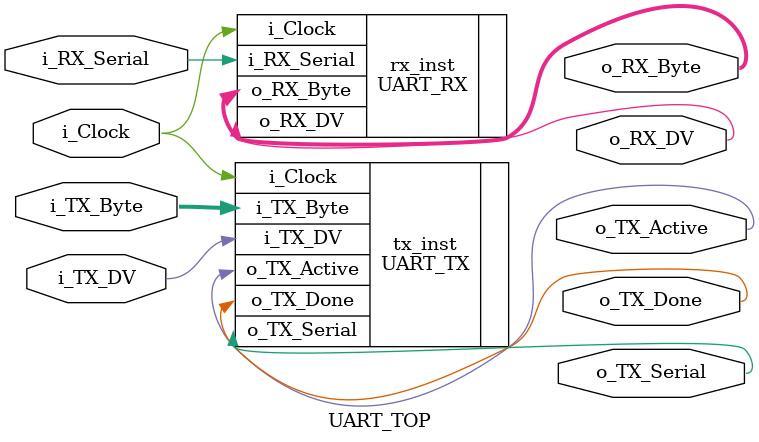
<source format=v>

module UART_TOP
#(
  parameter CLKS_PER_BIT = 217
)
(
  // Global
  input  wire        i_Clock,

  // Transmitter interface
  input  wire        i_TX_DV,      // start transmit pulse
  input  wire [7:0]  i_TX_Byte,    // byte to send
  output wire        o_TX_Active,  // high while TX is busy
  output wire        o_TX_Serial,  // serial data out
  output wire        o_TX_Done,    // one-clock pulse when byte done

  // Receiver interface
  input  wire        i_RX_Serial,  // serial data in
  output wire        o_RX_DV,      // one-clock pulse when byte valid
  output wire [7:0]  o_RX_Byte     // received byte
);

  // Transmitter instance
  UART_TX #(.CLKS_PER_BIT(CLKS_PER_BIT)) tx_inst (
    .i_Clock     (i_Clock),
    .i_TX_DV     (i_TX_DV),
    .i_TX_Byte   (i_TX_Byte),
    .o_TX_Active (o_TX_Active),
    .o_TX_Serial (o_TX_Serial),
    .o_TX_Done   (o_TX_Done)
  );

  // Receiver instance
  UART_RX #(.CLKS_PER_BIT(CLKS_PER_BIT)) rx_inst (
    .i_Clock     (i_Clock),
    .i_RX_Serial (i_RX_Serial),
    .o_RX_DV     (o_RX_DV),
    .o_RX_Byte   (o_RX_Byte)
  );

endmodule


</source>
